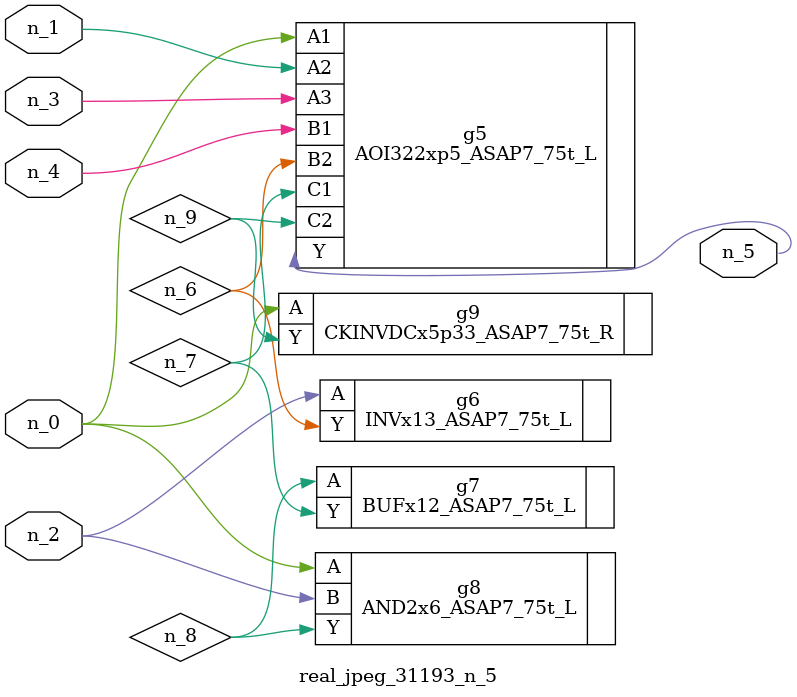
<source format=v>
module real_jpeg_31193_n_5 (n_4, n_0, n_1, n_2, n_3, n_5);

input n_4;
input n_0;
input n_1;
input n_2;
input n_3;

output n_5;

wire n_8;
wire n_6;
wire n_7;
wire n_9;

AOI322xp5_ASAP7_75t_L g5 ( 
.A1(n_0),
.A2(n_1),
.A3(n_3),
.B1(n_4),
.B2(n_6),
.C1(n_7),
.C2(n_9),
.Y(n_5)
);

AND2x6_ASAP7_75t_L g8 ( 
.A(n_0),
.B(n_2),
.Y(n_8)
);

CKINVDCx5p33_ASAP7_75t_R g9 ( 
.A(n_0),
.Y(n_9)
);

INVx13_ASAP7_75t_L g6 ( 
.A(n_2),
.Y(n_6)
);

BUFx12_ASAP7_75t_L g7 ( 
.A(n_8),
.Y(n_7)
);


endmodule
</source>
